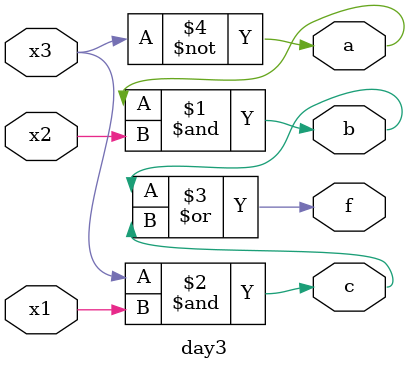
<source format=sv>
module day3(input x3, input x2, input x1, output f, output a, output b, output c);
  not a1(a, x3);
  and a2(b, a, x2);
  and a3(c, x3, x1);
  or a4(f, b, c);
endmodule

</source>
